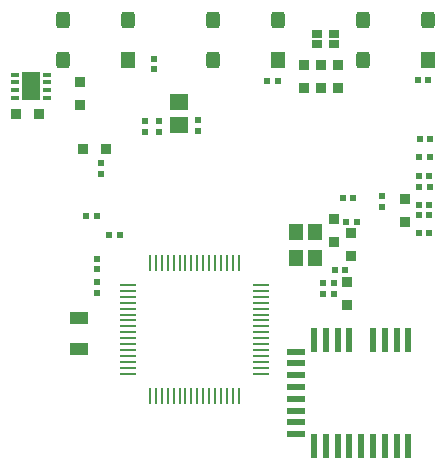
<source format=gtp>
G04 Layer_Color=8421504*
%FSLAX44Y44*%
%MOMM*%
G71*
G01*
G75*
%ADD10R,0.9500X0.8500*%
%ADD11R,0.5500X0.5500*%
%ADD12R,0.6000X0.6200*%
%ADD13R,1.5240X1.3208*%
%ADD14R,0.8500X0.9500*%
%ADD15R,0.8500X0.6500*%
%ADD16R,0.6500X0.3000*%
%ADD17R,1.6002X2.3500*%
%ADD18R,0.5500X0.5500*%
%ADD19R,0.6200X0.6000*%
%ADD20R,1.5500X1.0000*%
%ADD21R,1.4732X0.2794*%
%ADD22R,0.2794X1.4732*%
%ADD23R,1.5000X0.5000*%
%ADD24R,0.5000X2.0000*%
%ADD25R,1.2192X1.4224*%
%ADD26R,1.2000X1.4000*%
G04:AMPARAMS|DCode=27|XSize=1.4mm|YSize=1.2mm|CornerRadius=0.3mm|HoleSize=0mm|Usage=FLASHONLY|Rotation=90.000|XOffset=0mm|YOffset=0mm|HoleType=Round|Shape=RoundedRectangle|*
%AMROUNDEDRECTD27*
21,1,1.4000,0.6000,0,0,90.0*
21,1,0.8000,1.2000,0,0,90.0*
1,1,0.6000,0.3000,0.4000*
1,1,0.6000,0.3000,-0.4000*
1,1,0.6000,-0.3000,-0.4000*
1,1,0.6000,-0.3000,0.4000*
%
%ADD27ROUNDEDRECTD27*%
D10*
X-88961Y-249133D02*
D03*
Y-229633D02*
D03*
X-99501Y-176175D02*
D03*
Y-195675D02*
D03*
X-85762Y-188375D02*
D03*
Y-207875D02*
D03*
X-39965Y-179012D02*
D03*
Y-159512D02*
D03*
X-314527Y-60186D02*
D03*
Y-79686D02*
D03*
X-125100Y-46245D02*
D03*
Y-65745D02*
D03*
X-96670Y-46245D02*
D03*
Y-65745D02*
D03*
X-110885Y-46245D02*
D03*
Y-65745D02*
D03*
D11*
X-100087Y-239797D02*
D03*
X-109087D02*
D03*
X-29055Y-58367D02*
D03*
X-20055D02*
D03*
X-156264Y-59111D02*
D03*
X-147264D02*
D03*
X-19140Y-188280D02*
D03*
X-28140D02*
D03*
X-19121Y-172927D02*
D03*
X-28121D02*
D03*
X-19058Y-164164D02*
D03*
X-28058D02*
D03*
X-18933Y-148854D02*
D03*
X-27933D02*
D03*
X-19058Y-139953D02*
D03*
X-28058D02*
D03*
X-18871Y-124145D02*
D03*
X-27871D02*
D03*
X-18373Y-108213D02*
D03*
X-27373D02*
D03*
D12*
X-109357Y-230212D02*
D03*
X-100157D02*
D03*
X-90132Y-219285D02*
D03*
X-99332D02*
D03*
X-281140Y-190096D02*
D03*
X-290340D02*
D03*
X-80509Y-178460D02*
D03*
X-89710D02*
D03*
X-83377Y-158880D02*
D03*
X-92577D02*
D03*
X-300553Y-173428D02*
D03*
X-309753D02*
D03*
D13*
X-231470Y-96537D02*
D03*
Y-77385D02*
D03*
D14*
X-292961Y-116919D02*
D03*
X-312461D02*
D03*
X-349825Y-87614D02*
D03*
X-369325D02*
D03*
D15*
X-114450Y-28050D02*
D03*
X-99950Y-19550D02*
D03*
X-114450D02*
D03*
X-99950Y-28050D02*
D03*
D16*
X-342576Y-54052D02*
D03*
Y-60552D02*
D03*
Y-67052D02*
D03*
Y-73551D02*
D03*
X-370076D02*
D03*
Y-67052D02*
D03*
Y-60552D02*
D03*
Y-54052D02*
D03*
D17*
X-356326Y-63801D02*
D03*
D18*
X-252477Y-49696D02*
D03*
Y-40696D02*
D03*
D19*
X-300304Y-238672D02*
D03*
Y-229472D02*
D03*
X-300463Y-209832D02*
D03*
Y-219032D02*
D03*
X-59413Y-157008D02*
D03*
Y-166208D02*
D03*
X-248309Y-102880D02*
D03*
Y-93680D02*
D03*
X-297115Y-138153D02*
D03*
Y-128952D02*
D03*
X-215318Y-101902D02*
D03*
Y-92702D02*
D03*
X-259509Y-102746D02*
D03*
Y-93546D02*
D03*
D20*
X-315805Y-260073D02*
D03*
Y-286074D02*
D03*
D21*
X-161906Y-232044D02*
D03*
Y-237124D02*
D03*
Y-242204D02*
D03*
Y-247030D02*
D03*
Y-252110D02*
D03*
Y-257190D02*
D03*
Y-262016D02*
D03*
Y-267096D02*
D03*
Y-272176D02*
D03*
Y-277256D02*
D03*
Y-282082D02*
D03*
Y-287162D02*
D03*
Y-292242D02*
D03*
Y-297068D02*
D03*
Y-302148D02*
D03*
Y-307228D02*
D03*
X-274174D02*
D03*
Y-302148D02*
D03*
Y-297068D02*
D03*
Y-292242D02*
D03*
Y-287162D02*
D03*
Y-282082D02*
D03*
Y-277256D02*
D03*
Y-272176D02*
D03*
Y-267096D02*
D03*
Y-262016D02*
D03*
Y-257190D02*
D03*
Y-252110D02*
D03*
Y-247030D02*
D03*
Y-242204D02*
D03*
Y-237124D02*
D03*
Y-232044D02*
D03*
D22*
X-180448Y-325770D02*
D03*
X-185528D02*
D03*
X-190608D02*
D03*
X-195434D02*
D03*
X-200514D02*
D03*
X-205594D02*
D03*
X-210420D02*
D03*
X-215500D02*
D03*
X-220580D02*
D03*
X-225660D02*
D03*
X-230486D02*
D03*
X-235566D02*
D03*
X-240646D02*
D03*
X-245472D02*
D03*
X-250552D02*
D03*
X-255632D02*
D03*
Y-213502D02*
D03*
X-250552D02*
D03*
X-245472D02*
D03*
X-240646D02*
D03*
X-235566D02*
D03*
X-230486D02*
D03*
X-225660D02*
D03*
X-220580D02*
D03*
X-215500D02*
D03*
X-210420D02*
D03*
X-205594D02*
D03*
X-200514D02*
D03*
X-195434D02*
D03*
X-190608D02*
D03*
X-185528D02*
D03*
X-180448D02*
D03*
D23*
X-131826Y-358512D02*
D03*
Y-308512D02*
D03*
Y-288512D02*
D03*
Y-298512D02*
D03*
Y-328512D02*
D03*
Y-318512D02*
D03*
Y-338512D02*
D03*
Y-348512D02*
D03*
D24*
X-36825Y-278512D02*
D03*
X-46825D02*
D03*
X-66826D02*
D03*
X-56826D02*
D03*
X-86826D02*
D03*
X-96826D02*
D03*
X-106826D02*
D03*
X-116826D02*
D03*
Y-368512D02*
D03*
X-106826D02*
D03*
X-36825D02*
D03*
X-46825D02*
D03*
X-56826D02*
D03*
X-66826D02*
D03*
X-76826D02*
D03*
X-86826D02*
D03*
X-96826D02*
D03*
D25*
X-116095Y-187522D02*
D03*
Y-209698D02*
D03*
X-132223Y-187522D02*
D03*
Y-209698D02*
D03*
D26*
X-147100Y-42000D02*
D03*
X-274100D02*
D03*
X-20100D02*
D03*
D27*
X-202600D02*
D03*
X-147100Y-8000D02*
D03*
X-202600D02*
D03*
X-329600Y-42000D02*
D03*
X-274100Y-8000D02*
D03*
X-329600D02*
D03*
X-75600Y-42000D02*
D03*
X-20100Y-8000D02*
D03*
X-75600D02*
D03*
M02*

</source>
